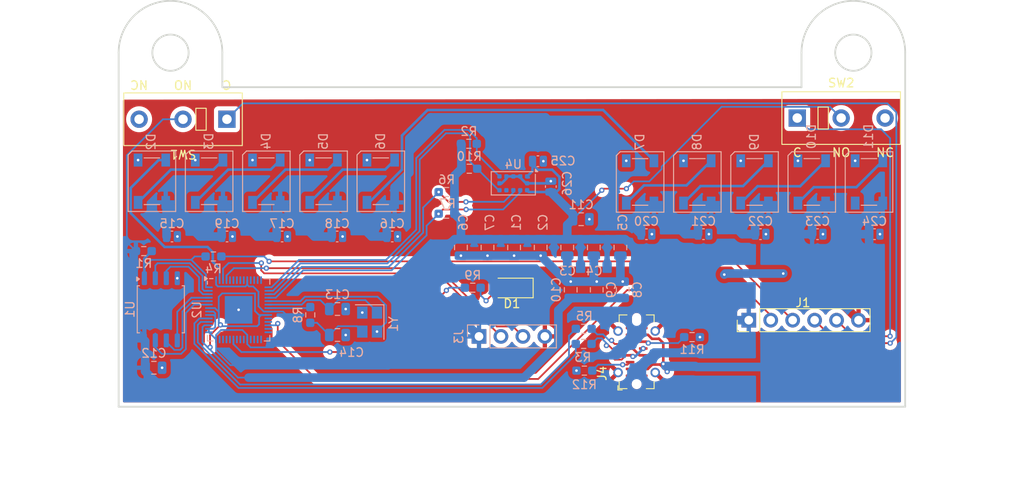
<source format=kicad_pcb>
(kicad_pcb
	(version 20240108)
	(generator "pcbnew")
	(generator_version "8.0")
	(general
		(thickness 1.6)
		(legacy_teardrops no)
	)
	(paper "A4")
	(layers
		(0 "F.Cu" signal)
		(31 "B.Cu" signal)
		(32 "B.Adhes" user "B.Adhesive")
		(33 "F.Adhes" user "F.Adhesive")
		(34 "B.Paste" user)
		(35 "F.Paste" user)
		(36 "B.SilkS" user "B.Silkscreen")
		(37 "F.SilkS" user "F.Silkscreen")
		(38 "B.Mask" user)
		(39 "F.Mask" user)
		(40 "Dwgs.User" user "User.Drawings")
		(41 "Cmts.User" user "User.Comments")
		(42 "Eco1.User" user "User.Eco1")
		(43 "Eco2.User" user "User.Eco2")
		(44 "Edge.Cuts" user)
		(45 "Margin" user)
		(46 "B.CrtYd" user "B.Courtyard")
		(47 "F.CrtYd" user "F.Courtyard")
		(48 "B.Fab" user)
		(49 "F.Fab" user)
		(50 "User.1" user)
		(51 "User.2" user)
		(52 "User.3" user)
		(53 "User.4" user)
		(54 "User.5" user)
		(55 "User.6" user)
		(56 "User.7" user)
		(57 "User.8" user)
		(58 "User.9" user)
	)
	(setup
		(pad_to_mask_clearance 0)
		(allow_soldermask_bridges_in_footprints no)
		(pcbplotparams
			(layerselection 0x00010fc_ffffffff)
			(plot_on_all_layers_selection 0x0000000_00000000)
			(disableapertmacros no)
			(usegerberextensions no)
			(usegerberattributes yes)
			(usegerberadvancedattributes yes)
			(creategerberjobfile yes)
			(dashed_line_dash_ratio 12.000000)
			(dashed_line_gap_ratio 3.000000)
			(svgprecision 4)
			(plotframeref no)
			(viasonmask no)
			(mode 1)
			(useauxorigin no)
			(hpglpennumber 1)
			(hpglpenspeed 20)
			(hpglpendiameter 15.000000)
			(pdf_front_fp_property_popups yes)
			(pdf_back_fp_property_popups yes)
			(dxfpolygonmode yes)
			(dxfimperialunits yes)
			(dxfusepcbnewfont yes)
			(psnegative no)
			(psa4output no)
			(plotreference yes)
			(plotvalue yes)
			(plotfptext yes)
			(plotinvisibletext no)
			(sketchpadsonfab no)
			(subtractmaskfromsilk no)
			(outputformat 1)
			(mirror no)
			(drillshape 1)
			(scaleselection 1)
			(outputdirectory "")
		)
	)
	(net 0 "")
	(net 1 "GND")
	(net 2 "+3.3V")
	(net 3 "Net-(U2-VREG_VOUT)")
	(net 4 "Net-(U2-XIN)")
	(net 5 "Net-(C14-Pad2)")
	(net 6 "+5V")
	(net 7 "Net-(D1-A)")
	(net 8 "LED-DIN")
	(net 9 "Net-(D2-DOUT)")
	(net 10 "Net-(D3-DOUT)")
	(net 11 "Net-(D4-DOUT)")
	(net 12 "Net-(D5-DOUT)")
	(net 13 "Net-(D6-DOUT)")
	(net 14 "Net-(D7-DOUT)")
	(net 15 "Net-(D8-DOUT)")
	(net 16 "Net-(D10-DIN)")
	(net 17 "Net-(D10-DOUT)")
	(net 18 "unconnected-(D11-DOUT-Pad4)")
	(net 19 "BumperSW2")
	(net 20 "BumperSW1")
	(net 21 "BumperP-RST")
	(net 22 "BumperP-BootOpt")
	(net 23 "Net-(J3-Pin_3)")
	(net 24 "Net-(J3-Pin_2)")
	(net 25 "Net-(J4-CC1)")
	(net 26 "USB_D-")
	(net 27 "USB_D+")
	(net 28 "unconnected-(J4-SBU1-PadA8)")
	(net 29 "Net-(J4-CC2)")
	(net 30 "unconnected-(J4-SBU2-PadB8)")
	(net 31 "Net-(U1-~{CS})")
	(net 32 "XSHUT-BP")
	(net 33 "Net-(U2-USB_DP)")
	(net 34 "Net-(U2-USB_DM)")
	(net 35 "I2C-SDA-BP")
	(net 36 "I2C-SCL-BP")
	(net 37 "Net-(U2-XOUT)")
	(net 38 "Net-(U2-GPIO25)")
	(net 39 "GPIO1-BP")
	(net 40 "Net-(U1-DI(IO0))")
	(net 41 "Net-(U1-IO3)")
	(net 42 "Net-(U1-CLK)")
	(net 43 "Net-(U1-IO2)")
	(net 44 "Net-(U1-DO(IO1))")
	(net 45 "unconnected-(U2-GPIO17-Pad28)")
	(net 46 "unconnected-(U2-GPIO10-Pad13)")
	(net 47 "unconnected-(U2-GPIO26_ADC0-Pad38)")
	(net 48 "unconnected-(U2-GPIO16-Pad27)")
	(net 49 "unconnected-(U2-GPIO19-Pad30)")
	(net 50 "unconnected-(U2-GPIO28_ADC2-Pad40)")
	(net 51 "unconnected-(U2-GPIO5-Pad7)")
	(net 52 "unconnected-(U2-GPIO27_ADC1-Pad39)")
	(net 53 "unconnected-(U2-SWCLK-Pad24)")
	(net 54 "unconnected-(U2-GPIO21-Pad32)")
	(net 55 "unconnected-(U2-GPIO23-Pad35)")
	(net 56 "unconnected-(U2-GPIO8-Pad11)")
	(net 57 "unconnected-(U2-GPIO6-Pad8)")
	(net 58 "unconnected-(U2-GPIO24-Pad36)")
	(net 59 "unconnected-(U2-SWD-Pad25)")
	(net 60 "unconnected-(U2-GPIO11-Pad14)")
	(net 61 "unconnected-(U2-GPIO9-Pad12)")
	(net 62 "unconnected-(U2-GPIO4-Pad6)")
	(net 63 "unconnected-(U2-GPIO18-Pad29)")
	(net 64 "unconnected-(U2-GPIO20-Pad31)")
	(net 65 "unconnected-(U2-GPIO3-Pad5)")
	(net 66 "unconnected-(U2-GPIO7-Pad9)")
	(net 67 "unconnected-(U2-GPIO29_ADC3-Pad41)")
	(net 68 "unconnected-(U2-GPIO22-Pad34)")
	(net 69 "unconnected-(U4-DNC-Pad8)")
	(footprint "Button_Switch_THT:SW_XKB_DM1-16UP-1" (layer "F.Cu") (at 117.59 83.84 180))
	(footprint "Connector_PinHeader_2.54mm:PinHeader_1x06_P2.54mm_Vertical" (layer "F.Cu") (at 177.96 107.11 90))
	(footprint "LED_SMD:LED_1206_3216Metric_Pad1.42x1.75mm_HandSolder" (layer "F.Cu") (at 150.5575 103.38 180))
	(footprint "Connector_USB:USB_C_Receptacle_G-Switch_GT-USB-7051x" (layer "F.Cu") (at 164.99 110.77 90))
	(footprint "Button_Switch_THT:SW_XKB_DM1-16UP-1" (layer "F.Cu") (at 183.57 83.7))
	(footprint "Capacitor_SMD:C_0504_1310Metric_Pad0.83x1.28mm_HandSolder" (layer "B.Cu") (at 192.512499 97.150001 180))
	(footprint "Capacitor_SMD:C_0504_1310Metric_Pad0.83x1.28mm_HandSolder" (layer "B.Cu") (at 130.3425 97.42 180))
	(footprint "LED_SMD:LED_SK6812_PLCC4_5.0x5.0mm_P3.2mm" (layer "B.Cu") (at 185.249999 91.100001 -90))
	(footprint "Package_SO:SOIC-8_5.23x5.23mm_P1.27mm" (layer "B.Cu") (at 109.94 105.85 -90))
	(footprint "LED_SMD:LED_SK6812_PLCC4_5.0x5.0mm_P3.2mm" (layer "B.Cu") (at 178.63 91.1 -90))
	(footprint "LED_SMD:LED_SK6812_PLCC4_5.0x5.0mm_P3.2mm" (layer "B.Cu") (at 165.39 91.1 -90))
	(footprint "Crystal:Crystal_SMD_3225-4Pin_3.2x2.5mm" (layer "B.Cu") (at 134.099998 107.329999 -90))
	(footprint "Resistor_SMD:R_0603_1608Metric_Pad0.98x0.95mm_HandSolder" (layer "B.Cu") (at 143 92.27 180))
	(footprint "Capacitor_SMD:C_0504_1310Metric_Pad0.83x1.28mm_HandSolder" (layer "B.Cu") (at 172.719999 97.150001 180))
	(footprint "Resistor_SMD:R_0603_1608Metric_Pad0.98x0.95mm_HandSolder" (layer "B.Cu") (at 127.23 106.5 -90))
	(footprint "Capacitor_SMD:C_0504_1310Metric_Pad0.83x1.28mm_HandSolder" (layer "B.Cu") (at 111.2325 97.42 180))
	(footprint "Capacitor_SMD:C_0805_2012Metric" (layer "B.Cu") (at 153.885 98.689999 -90))
	(footprint "Package_DFN_QFN:QFN-56-1EP_7x7mm_P0.4mm_EP3.2x3.2mm" (layer "B.Cu") (at 118.940001 105.9075 -90))
	(footprint "Capacitor_SMD:C_0504_1310Metric_Pad0.83x1.28mm_HandSolder" (layer "B.Cu") (at 185.914999 97.150001 180))
	(footprint "Resistor_SMD:R_0603_1608Metric_Pad0.98x0.95mm_HandSolder" (layer "B.Cu") (at 145.63 89.57 180))
	(footprint "Capacitor_SMD:C_0805_2012Metric" (layer "B.Cu") (at 158.57 95.42 180))
	(footprint "Capacitor_SMD:C_0805_2012Metric" (layer "B.Cu") (at 147.735 98.689999 -90))
	(footprint "LED_SMD:LED_SK6812_PLCC4_5.0x5.0mm_P3.2mm" (layer "B.Cu") (at 115.53 91.02 -90))
	(footprint "Capacitor_SMD:C_0805_2012Metric" (layer "B.Cu") (at 163.11 98.689999 -90))
	(footprint "LED_SMD:LED_SK6812_PLCC4_5.0x5.0mm_P3.2mm" (layer "B.Cu") (at 122.15 91.02 -90))
	(footprint "Sensor_Distance:ST_VL53L1x" (layer "B.Cu") (at 150.72 91.26 180))
	(footprint "Capacitor_SMD:C_0805_2012Metric" (layer "B.Cu") (at 156.96 98.689999 -90))
	(footprint "Capacitor_SMD:C_0805_2012Metric" (layer "B.Cu") (at 157.36 103.590001 -90))
	(footprint "Connector_PinHeader_2.54mm:PinHeader_1x04_P2.54mm_Vertical" (layer "B.Cu") (at 146.750001 108.99 -90))
	(footprint "Capacitor_SMD:C_0504_1310Metric_Pad0.83x1.28mm_HandSolder" (layer "B.Cu") (at 117.6025 97.42 180))
	(footprint "Capacitor_SMD:C_0504_1310Metric_Pad0.83x1.28mm_HandSolder" (layer "B.Cu") (at 179.317499 97.150001 180))
	(footprint "LED_SMD:LED_SK6812_PLCC4_5.0x5.0mm_P3.2mm" (layer "B.Cu") (at 135.39 91.02 -90))
	(footprint "Capacitor_SMD:C_0805_2012Metric"
		(layer "B.Cu")
		(uuid "7f1efcac-ddca-4850-9620-8746a0a4f7c0")
		(at 130.379999 108.83 180)
		(descr "Capacitor SMD 0805 (2012 Metric), square (rectangular) end terminal, IPC_7351 nominal, (Body size source: IPC-SM-782 page 76, https://www.pcb-3d.com/wordpress/wp-content/uploads/ipc-sm-782a_amendment_1_and_2.pdf, https://docs.google.com/spreadsheets/d/1BsfQQcO9C6D
... [415217 chars truncated]
</source>
